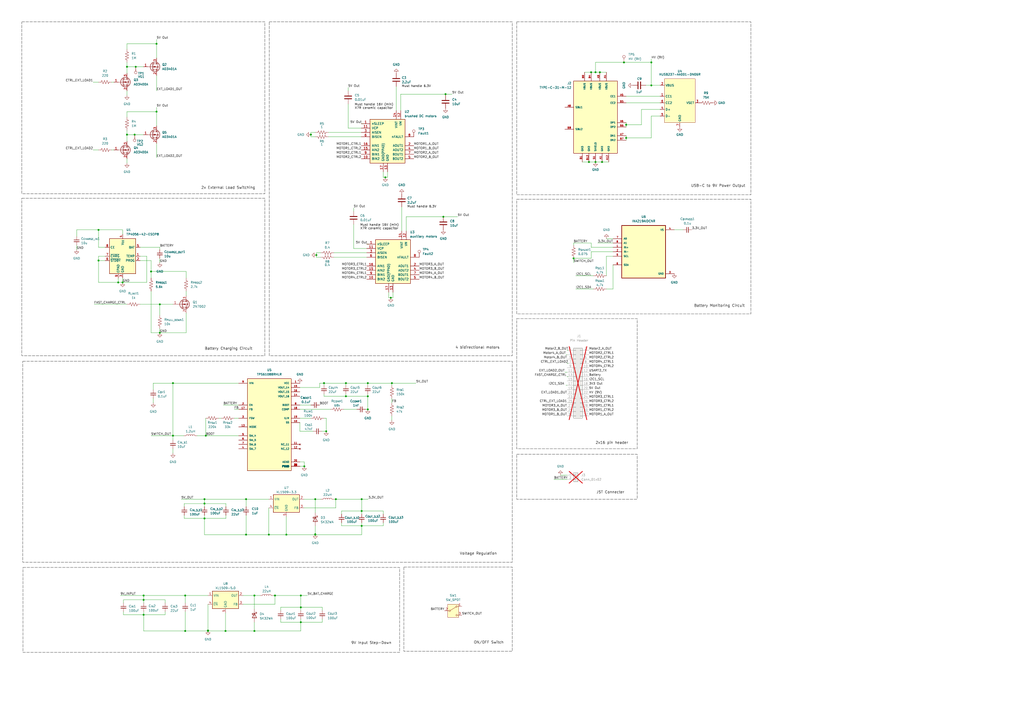
<source format=kicad_sch>
(kicad_sch (version 20250114) (generator "eeschema") (generator_version "9.0")
  (paper "A2")
  (title_block (title "Power Subsystem Schematic") (date "2025-03-23") (rev "V2") (comment 1 "Bume Mxenge") (comment 2 "MXNBUM001") (comment 3 "Sinaye Toni") (comment 4 "TNXSIN001"))
  (rectangle (start 156.21 12.7) (end 297.18 206.375) (stroke (width 0) (type dash) (color 0 0 0 1)))
  (rectangle (start 299.72 12.7) (end 435.61 113.03) (stroke (width 0) (type dash) (color 0 0 0 1)))
  (rectangle (start 234.315 328.93) (end 297.18 377.825) (stroke (width 0) (type dash) (color 0 0 0 1)))
  (rectangle (start 12.7 114.935) (end 153.67 206.375) (stroke (width 0) (type dash) (color 0 0 0 1)))
  (rectangle (start 299.72 184.785) (end 369.57 260.35) (stroke (width 0) (type dash) (color 0 0 0 1)))
  (rectangle (start 299.72 115.57) (end 435.61 182.118) (stroke (width 0) (type dash) (color 0 0 0 1)))
  (rectangle (start 12.7 12.7) (end 153.67 112.395) (stroke (width 0) (type dash) (color 0 0 0 1)))
  (rectangle (start 13.208 209.55) (end 297.18 326.136) (stroke (width 0) (type dash) (color 0 0 0 1)))
  (rectangle (start 299.72 263.525) (end 369.57 289.56) (stroke (width 0) (type dash) (color 0 0 0 1)))
  (rectangle (start 13.335 329.184) (end 231.775 378.46) (stroke (width 0) (type dash) (color 0 0 0 1)))
  (text "USB-C to 9V Power Output" (at 400.812 108.712 0) (effects (font (size 1.5 1.5)) (justify left bottom)))
  (text "Must handle 6.3V" (at 233.045 50.8 0) (effects (font (size 1.27 1.27)) (justify left bottom)))
  (text " 2x External Load Switching " (at 115.57 109.855 0) (effects (font (size 1.5 1.5)) (justify left bottom)))
  (text "9V Input Step-Down" (at 203.708 373.888 0) (effects (font (size 1.5 1.5)) (justify left bottom)))
  (text "Must handle 16V (min)\nX7R ceramic capacitor" (at 205.74 63.5 0) (effects (font (size 1.27 1.27)) (justify left bottom)))
  (text "4 bidirectional motors" (at 264.16 202.565 0) (effects (font (size 1.5 1.5)) (justify left bottom)))
  (text "JST Connecter" (at 345.948 286.512 0) (effects (font (size 1.5 1.5)) (justify left bottom)))
  (text "Must handle 16V (min)\nX7R ceramic capacitor" (at 208.915 133.35 0) (effects (font (size 1.27 1.27)) (justify left bottom)))
  (text "Battery Charging Circuit" (at 118.745 203.2 0) (effects (font (size 1.5 1.5)) (justify left bottom)))
  (text "ON/OFF Switch" (at 274.828 373.634 0) (effects (font (size 1.5 1.5)) (justify left bottom)))
  (text "Battery Monitoring Circuit" (at 402.59 178.308 0) (effects (font (size 1.5 1.5)) (justify left bottom)))
  (text "2x16 pin header" (at 345.44 257.81 0) (effects (font (size 1.5 1.5)) (justify left bottom)))
  (text "Voltage Regulation" (at 266.7 322.072 0) (effects (font (size 1.5 1.5)) (justify left bottom)))
  (text "Must handle 6.3V" (at 236.22 120.65 0) (effects (font (size 1.27 1.27)) (justify left bottom)))
  (junction (at 182.88 289.56))
  (junction (at 174.498 352.298))
  (junction (at 257.175 125.73))
  (junction (at 176.53 270.51))
  (junction (at 377.825 36.195))
  (junction (at 107.442 345.44))
  (junction (at 341.63 93.98))
  (junction (at 78.105 78.105))
  (junction (at 78.74 38.735))
  (junction (at 361.95 36.195))
  (junction (at 209.804 305.054))
  (junction (at 194.818 289.56))
  (junction (at 90.805 64.77))
  (junction (at 87.63 157.48))
  (junction (at 183.515 147.955))
  (junction (at 377.825 49.53))
  (junction (at 347.98 41.91))
  (junction (at 363.22 72.39))
  (junction (at 83.312 356.616))
  (junction (at 92.71 193.04))
  (junction (at 73.66 78.105))
  (junction (at 200.66 229.87))
  (junction (at 83.312 345.44))
  (junction (at 71.12 163.83))
  (junction (at 200.66 222.25))
  (junction (at 118.618 300.736))
  (junction (at 155.956 310.134))
  (junction (at 189.23 250.19))
  (junction (at 119.38 252.73))
  (junction (at 213.36 237.49))
  (junction (at 120.65 365.76))
  (junction (at 174.498 360.934))
  (junction (at 147.574 366.014))
  (junction (at 73.66 38.735))
  (junction (at 345.44 41.91))
  (junction (at 107.442 366.014))
  (junction (at 120.65 366.014))
  (junction (at 182.88 310.134))
  (junction (at 174.498 345.44))
  (junction (at 100.33 222.25))
  (junction (at 363.22 80.01))
  (junction (at 68.58 163.83))
  (junction (at 226.695 172.72))
  (junction (at 92.71 176.53))
  (junction (at 147.574 345.44))
  (junction (at 159.512 345.44))
  (junction (at 90.805 25.4))
  (junction (at 142.748 289.56))
  (junction (at 166.116 310.134))
  (junction (at 118.618 289.56))
  (junction (at 180.34 78.105))
  (junction (at 342.9 41.91))
  (junction (at 332.74 149.86))
  (junction (at 83.312 347.98))
  (junction (at 57.15 133.35))
  (junction (at 142.748 310.134))
  (junction (at 209.804 289.56))
  (junction (at 227.33 222.25))
  (junction (at 187.96 222.25))
  (junction (at 130.81 366.014))
  (junction (at 258.445 54.61))
  (junction (at 345.44 93.98))
  (junction (at 213.36 229.87))
  (junction (at 182.88 309.88))
  (junction (at 223.52 102.87))
  (junction (at 213.36 222.25))
  (junction (at 118.618 292.1))
  (junction (at 57.15 151.13))
  (junction (at 349.25 93.98))
  (junction (at 209.804 296.418))
  (junction (at 100.33 252.73))
  (wire (pts (xy 71.12 133.35) (xy 57.15 133.35)))
  (wire (pts (xy 332.74 140.97) (xy 332.74 142.24)))
  (wire (pts (xy 54.61 176.53) (xy 73.66 176.53)))
  (wire (pts (xy 83.312 356.616) (xy 83.312 366.014)))
  (wire (pts (xy 162.814 359.156) (xy 162.814 360.934)))
  (wire (pts (xy 201.93 74.295) (xy 209.55 74.295)))
  (wire (pts (xy 106.934 292.1) (xy 118.618 292.1)))
  (wire (pts (xy 107.442 345.44) (xy 83.312 345.44)))
  (wire (pts (xy 68.58 163.83) (xy 71.12 163.83)))
  (wire (pts (xy 73.66 75.565) (xy 73.66 78.105)))
  (wire (pts (xy 119.38 252.73) (xy 138.43 252.73)))
  (wire (pts (xy 182.88 79.375) (xy 180.34 79.375)))
  (wire (pts (xy 209.55 76.835) (xy 190.5 76.835)))
  (wire (pts (xy 361.95 36.195) (xy 345.44 36.195)))
  (wire (pts (xy 159.512 350.52) (xy 159.512 345.44)))
  (wire (pts (xy 92.71 149.86) (xy 92.71 152.4)))
  (wire (pts (xy 64.77 47.625) (xy 66.04 47.625)))
  (wire (pts (xy 69.85 345.44) (xy 83.312 345.44)))
  (wire (pts (xy 100.33 260.35) (xy 100.33 262.89)))
  (wire (pts (xy 173.99 234.95) (xy 180.34 234.95)))
  (wire (pts (xy 57.15 143.51) (xy 60.96 143.51)))
  (wire (pts (xy 78.74 38.735) (xy 83.185 38.735)))
  (wire (pts (xy 332.74 149.86) (xy 332.74 152.4)))
  (wire (pts (xy 105.156 289.56) (xy 118.618 289.56)))
  (wire (pts (xy 87.63 151.13) (xy 87.63 157.48)))
  (wire (pts (xy 135.89 237.49) (xy 138.43 237.49)))
  (wire (pts (xy 81.28 151.13) (xy 87.63 151.13)))
  (wire (pts (xy 162.814 354.076) (xy 162.814 352.298)))
  (wire (pts (xy 71.628 356.616) (xy 83.312 356.616)))
  (wire (pts (xy 209.804 289.56) (xy 213.614 289.56)))
  (wire (pts (xy 174.498 352.298) (xy 174.498 354.076)))
  (wire (pts (xy 332.74 149.86) (xy 342.9 149.86)))
  (wire (pts (xy 71.12 163.83) (xy 85.09 163.83)))
  (wire (pts (xy 334.01 167.64) (xy 344.17 167.64)))
  (wire (pts (xy 147.574 345.44) (xy 150.876 345.44)))
  (wire (pts (xy 173.99 242.57) (xy 180.34 242.57)))
  (wire (pts (xy 53.975 47.625) (xy 57.15 47.625)))
  (wire (pts (xy 200.66 228.6) (xy 200.66 229.87)))
  (wire (pts (xy 223.52 102.87) (xy 224.79 102.87)))
  (wire (pts (xy 321.31 278.13) (xy 328.93 278.13)))
  (wire (pts (xy 372.11 72.39) (xy 363.22 72.39)))
  (wire (pts (xy 118.618 289.56) (xy 118.618 292.1)))
  (wire (pts (xy 71.628 349.758) (xy 71.628 347.98)))
  (wire (pts (xy 205.105 144.145) (xy 212.725 144.145)))
  (wire (pts (xy 227.965 172.72) (xy 227.965 169.545)))
  (wire (pts (xy 135.89 242.57) (xy 138.43 242.57)))
  (wire (pts (xy 174.498 360.934) (xy 186.944 360.934)))
  (wire (pts (xy 162.814 360.934) (xy 174.498 360.934)))
  (wire (pts (xy 213.36 229.87) (xy 213.36 228.6)))
  (wire (pts (xy 173.99 224.79) (xy 185.42 224.79)))
  (wire (pts (xy 73.66 38.735) (xy 73.66 42.545)))
  (wire (pts (xy 73.66 36.195) (xy 73.66 38.735)))
  (wire (pts (xy 57.15 148.59) (xy 57.15 151.13)))
  (wire (pts (xy 174.498 360.934) (xy 174.498 366.014)))
  (wire (pts (xy 71.628 347.98) (xy 83.312 347.98)))
  (wire (pts (xy 200.66 229.87) (xy 213.36 229.87)))
  (wire (pts (xy 81.28 176.53) (xy 92.71 176.53)))
  (wire (pts (xy 106.934 298.958) (xy 106.934 300.736)))
  (wire (pts (xy 174.498 359.156) (xy 174.498 360.934)))
  (wire (pts (xy 183.515 146.685) (xy 186.055 146.685)))
  (wire (pts (xy 85.09 148.59) (xy 81.28 148.59)))
  (wire (pts (xy 95.758 356.616) (xy 95.758 354.838)))
  (wire (pts (xy 107.442 345.44) (xy 107.442 349.758)))
  (wire (pts (xy 363.22 59.69) (xy 382.905 59.69)))
  (wire (pts (xy 235.585 133.985) (xy 235.585 125.73)))
  (wire (pts (xy 374.65 49.53) (xy 377.825 49.53)))
  (wire (pts (xy 90.805 62.23) (xy 90.805 64.77)))
  (wire (pts (xy 194.818 289.56) (xy 193.802 289.56)))
  (wire (pts (xy 176.276 294.64) (xy 194.818 294.64)))
  (wire (pts (xy 106.934 300.736) (xy 118.618 300.736)))
  (wire (pts (xy 186.055 149.225) (xy 183.515 149.225)))
  (wire (pts (xy 83.312 366.014) (xy 107.442 366.014)))
  (wire (pts (xy 173.99 267.97) (xy 176.53 267.97)))
  (wire (pts (xy 180.34 79.375) (xy 180.34 78.105)))
  (wire (pts (xy 57.15 151.13) (xy 57.15 163.83)))
  (wire (pts (xy 73.66 52.705) (xy 73.66 55.245)))
  (wire (pts (xy 159.512 345.44) (xy 174.498 345.44)))
  (wire (pts (xy 198.12 305.054) (xy 209.804 305.054)))
  (wire (pts (xy 193.675 149.225) (xy 212.725 149.225)))
  (wire (pts (xy 100.33 252.73) (xy 106.68 252.73)))
  (wire (pts (xy 327.66 215.9) (xy 328.93 215.9)))
  (wire (pts (xy 142.748 310.134) (xy 155.956 310.134)))
  (wire (pts (xy 363.22 71.12) (xy 363.22 72.39)))
  (wire (pts (xy 120.65 350.52) (xy 120.65 365.76)))
  (wire (pts (xy 346.71 140.97) (xy 355.6 140.97)))
  (wire (pts (xy 351.79 148.59) (xy 351.79 160.02)))
  (wire (pts (xy 166.116 310.134) (xy 182.88 310.134)))
  (wire (pts (xy 355.6 143.51) (xy 342.9 143.51)))
  (wire (pts (xy 114.3 252.73) (xy 119.38 252.73)))
  (wire (pts (xy 328.295 205.74) (xy 328.93 205.74)))
  (wire (pts (xy 329.565 203.2) (xy 328.93 203.2)))
  (wire (pts (xy 85.09 163.83) (xy 85.09 148.59)))
  (wire (pts (xy 147.574 366.014) (xy 174.498 366.014)))
  (wire (pts (xy 328.295 223.52) (xy 328.93 223.52)))
  (wire (pts (xy 200.66 222.25) (xy 213.36 222.25)))
  (wire (pts (xy 90.805 64.77) (xy 90.805 73.025)))
  (wire (pts (xy 87.63 252.73) (xy 100.33 252.73)))
  (wire (pts (xy 173.99 245.11) (xy 173.99 250.19)))
  (wire (pts (xy 382.905 67.31) (xy 377.825 67.31)))
  (wire (pts (xy 205.105 120.65) (xy 205.105 122.555)))
  (wire (pts (xy 377.825 49.53) (xy 382.905 49.53)))
  (wire (pts (xy 130.81 366.014) (xy 147.574 366.014)))
  (wire (pts (xy 355.6 153.67) (xy 355.6 167.64)))
  (wire (pts (xy 95.758 347.98) (xy 95.758 349.758)))
  (wire (pts (xy 342.9 149.86) (xy 342.9 146.05)))
  (wire (pts (xy 100.33 222.25) (xy 100.33 252.73)))
  (wire (pts (xy 332.74 140.97) (xy 342.9 140.97)))
  (wire (pts (xy 87.63 161.29) (xy 87.63 157.48)))
  (wire (pts (xy 92.71 193.04) (xy 107.95 193.04)))
  (wire (pts (xy 213.995 141.605) (xy 212.725 141.605)))
  (wire (pts (xy 130.81 355.6) (xy 130.81 366.014)))
  (wire (pts (xy 222.25 99.695) (xy 222.25 102.87)))
  (wire (pts (xy 118.618 292.1) (xy 131.064 292.1)))
  (wire (pts (xy 209.804 296.418) (xy 209.804 298.196)))
  (wire (pts (xy 187.96 229.87) (xy 200.66 229.87)))
  (wire (pts (xy 200.66 222.25) (xy 200.66 223.52)))
  (wire (pts (xy 349.25 93.98) (xy 353.06 93.98)))
  (wire (pts (xy 187.96 242.57) (xy 189.23 242.57)))
  (wire (pts (xy 363.22 72.39) (xy 363.22 73.66)))
  (wire (pts (xy 90.805 83.185) (xy 90.805 91.44)))
  (wire (pts (xy 341.63 93.98) (xy 345.44 93.98)))
  (wire (pts (xy 351.79 138.43) (xy 355.6 138.43)))
  (wire (pts (xy 187.96 228.6) (xy 187.96 229.87)))
  (wire (pts (xy 186.69 250.19) (xy 189.23 250.19)))
  (wire (pts (xy 201.93 50.8) (xy 201.93 52.705)))
  (wire (pts (xy 377.825 36.195) (xy 361.95 36.195)))
  (wire (pts (xy 232.41 64.135) (xy 232.41 54.61)))
  (wire (pts (xy 180.34 76.835) (xy 182.88 76.835)))
  (wire (pts (xy 209.804 296.418) (xy 222.25 296.418)))
  (wire (pts (xy 118.618 292.1) (xy 118.618 293.878)))
  (wire (pts (xy 73.66 64.77) (xy 90.805 64.77)))
  (wire (pts (xy 337.82 93.98) (xy 341.63 93.98)))
  (wire (pts (xy 342.9 41.91) (xy 345.44 41.91)))
  (wire (pts (xy 44.45 142.24) (xy 44.45 144.78)))
  (wire (pts (xy 88.9 222.25) (xy 88.9 226.06)))
  (wire (pts (xy 131.064 292.1) (xy 131.064 293.878)))
  (wire (pts (xy 174.498 345.44) (xy 174.498 352.298)))
  (wire (pts (xy 100.33 222.25) (xy 88.9 222.25)))
  (wire (pts (xy 71.12 161.29) (xy 71.12 163.83)))
  (wire (pts (xy 222.25 296.418) (xy 222.25 298.196)))
  (wire (pts (xy 213.36 237.49) (xy 213.36 229.87)))
  (wire (pts (xy 120.65 366.014) (xy 130.81 366.014)))
  (wire (pts (xy 73.66 25.4) (xy 90.805 25.4)))
  (wire (pts (xy 224.79 102.87) (xy 224.79 99.695)))
  (wire (pts (xy 377.825 36.195) (xy 377.825 49.53)))
  (wire (pts (xy 127 242.57) (xy 128.27 242.57)))
  (wire (pts (xy 92.71 143.51) (xy 92.71 144.78)))
  (wire (pts (xy 257.175 125.73) (xy 265.43 125.73)))
  (wire (pts (xy 182.88 310.134) (xy 209.804 310.134)))
  (wire (pts (xy 183.515 147.955) (xy 183.515 146.685)))
  (wire (pts (xy 325.12 275.59) (xy 328.93 275.59)))
  (wire (pts (xy 90.805 25.4) (xy 90.805 33.655)))
  (wire (pts (xy 129.54 234.95) (xy 138.43 234.95)))
  (wire (pts (xy 88.9 231.14) (xy 88.9 233.68)))
  (wire (pts (xy 198.12 298.196) (xy 198.12 296.418)))
  (wire (pts (xy 83.312 347.98) (xy 95.758 347.98)))
  (wire (pts (xy 57.15 133.35) (xy 57.15 143.51)))
  (wire (pts (xy 73.66 25.4) (xy 73.66 28.575)))
  (wire (pts (xy 92.71 176.53) (xy 92.71 182.88)))
  (wire (pts (xy 142.748 298.958) (xy 142.748 310.134)))
  (wire (pts (xy 227.33 241.3) (xy 227.33 243.84)))
  (wire (pts (xy 209.804 289.56) (xy 209.804 296.418)))
  (wire (pts (xy 81.28 143.51) (xy 92.71 143.51)))
  (wire (pts (xy 176.53 270.51) (xy 173.99 270.51)))
  (wire (pts (xy 225.425 169.545) (xy 225.425 172.72)))
  (wire (pts (xy 176.53 267.97) (xy 176.53 270.51)))
  (wire (pts (xy 90.805 43.815) (xy 90.805 52.705)))
  (wire (pts (xy 155.956 289.56) (xy 142.748 289.56)))
  (wire (pts (xy 118.618 310.134) (xy 142.748 310.134)))
  (wire (pts (xy 90.805 22.86) (xy 90.805 25.4)))
  (wire (pts (xy 57.15 163.83) (xy 68.58 163.83)))
  (wire (pts (xy 209.804 305.054) (xy 209.804 310.134)))
  (wire (pts (xy 225.425 172.72) (xy 226.695 172.72)))
  (wire (pts (xy 194.818 289.56) (xy 209.804 289.56)))
  (wire (pts (xy 87.63 193.04) (xy 92.71 193.04)))
  (wire (pts (xy 173.99 250.19) (xy 181.61 250.19)))
  (wire (pts (xy 155.956 310.134) (xy 166.116 310.134)))
  (wire (pts (xy 342.9 143.51) (xy 342.9 140.97)))
  (wire (pts (xy 78.105 78.105) (xy 83.185 78.105)))
  (wire (pts (xy 363.22 80.01) (xy 363.22 81.28)))
  (wire (pts (xy 57.15 151.13) (xy 60.96 151.13)))
  (wire (pts (xy 159.512 345.44) (xy 158.496 345.44)))
  (wire (pts (xy 227.33 222.25) (xy 241.3 222.25)))
  (wire (pts (xy 71.628 354.838) (xy 71.628 356.616)))
  (wire (pts (xy 106.934 293.878) (xy 106.934 292.1)))
  (wire (pts (xy 83.312 345.44) (xy 83.312 347.98)))
  (wire (pts (xy 258.445 54.61) (xy 258.445 55.245)))
  (wire (pts (xy 194.818 294.64) (xy 194.818 289.56)))
  (wire (pts (xy 329.565 210.82) (xy 328.93 210.82)))
  (wire (pts (xy 209.804 303.276) (xy 209.804 305.054)))
  (wire (pts (xy 120.65 345.44) (xy 107.442 345.44)))
  (wire (pts (xy 382.905 63.5) (xy 372.11 63.5)))
  (wire (pts (xy 182.88 289.56) (xy 186.182 289.56)))
  (wire (pts (xy 73.66 64.77) (xy 73.66 67.945)))
  (wire (pts (xy 140.97 350.52) (xy 159.512 350.52)))
  (wire (pts (xy 363.22 55.88) (xy 382.905 55.88)))
  (wire (pts (xy 205.105 130.175) (xy 205.105 144.145)))
  (wire (pts (xy 107.95 181.61) (xy 107.95 193.04)))
  (wire (pts (xy 107.442 354.838) (xy 107.442 366.014)))
  (wire (pts (xy 198.12 296.418) (xy 209.804 296.418)))
  (wire (pts (xy 198.12 303.276) (xy 198.12 305.054)))
  (wire (pts (xy 227.33 222.25) (xy 227.33 223.52)))
  (wire (pts (xy 71.12 135.89) (xy 71.12 133.35)))
  (wire (pts (xy 345.44 36.195) (xy 345.44 41.91)))
  (wire (pts (xy 83.312 356.616) (xy 95.758 356.616)))
  (wire (pts (xy 53.975 86.995) (xy 57.15 86.995)))
  (wire (pts (xy 73.66 78.105) (xy 73.66 81.915)))
  (wire (pts (xy 120.65 365.76) (xy 120.65 366.014)))
  (wire (pts (xy 57.15 133.35) (xy 44.45 133.35)))
  (wire (pts (xy 377.825 34.29) (xy 377.825 36.195)))
  (wire (pts (xy 345.44 93.98) (xy 349.25 93.98)))
  (wire (pts (xy 107.442 366.014) (xy 120.65 366.014)))
  (wire (pts (xy 185.42 224.79) (xy 185.42 222.25)))
  (wire (pts (xy 258.445 54.61) (xy 262.255 54.61)))
  (wire (pts (xy 182.88 305.054) (xy 182.88 309.88)))
  (wire (pts (xy 60.96 148.59) (xy 57.15 148.59)))
  (wire (pts (xy 377.825 67.31) (xy 377.825 80.01)))
  (wire (pts (xy 329.565 218.44) (xy 328.93 218.44)))
  (wire (pts (xy 235.585 125.73) (xy 257.175 125.73)))
  (wire (pts (xy 173.99 237.49) (xy 191.77 237.49)))
  (wire (pts (xy 355.6 167.64) (xy 351.79 167.64)))
  (wire (pts (xy 190.5 79.375) (xy 209.55 79.375)))
  (wire (pts (xy 87.63 168.91) (xy 87.63 193.04)))
  (wire (pts (xy 187.96 222.25) (xy 200.66 222.25)))
  (wire (pts (xy 232.41 54.61) (xy 258.445 54.61)))
  (wire (pts (xy 199.39 237.49) (xy 207.01 237.49)))
  (wire (pts (xy 73.66 78.105) (xy 78.105 78.105)))
  (wire (pts (xy 355.6 148.59) (xy 351.79 148.59)))
  (wire (pts (xy 345.44 41.91) (xy 347.98 41.91)))
  (wire (pts (xy 226.695 172.72) (xy 227.965 172.72)))
  (wire (pts (xy 176.276 289.56) (xy 182.88 289.56)))
  (wire (pts (xy 140.97 345.44) (xy 147.574 345.44)))
  (wire (pts (xy 118.618 300.736) (xy 118.618 310.134)))
  (wire (pts (xy 213.36 222.25) (xy 227.33 222.25)))
  (wire (pts (xy 201.93 60.325) (xy 201.93 74.295)))
  (wire (pts (xy 372.11 63.5) (xy 372.11 72.39)))
  (wire (pts (xy 363.22 78.74) (xy 363.22 80.01)))
  (wire (pts (xy 182.88 309.88) (xy 182.88 310.134)))
  (wire (pts (xy 73.66 92.075) (xy 73.66 94.615)))
  (wire (pts (xy 186.944 360.934) (xy 186.944 359.156)))
  (wire (pts (xy 92.71 190.5) (xy 92.71 193.04)))
  (wire (pts (xy 213.36 222.25) (xy 213.36 223.52)))
  (wire (pts (xy 377.825 80.01) (xy 363.22 80.01)))
  (wire (pts (xy 189.23 242.57) (xy 189.23 250.19)))
  (wire (pts (xy 183.515 149.225) (xy 183.515 147.955)))
  (wire (pts (xy 227.33 231.14) (xy 227.33 233.68)))
  (wire (pts (xy 229.87 50.165) (xy 229.87 64.135)))
  (wire (pts (xy 187.96 222.25) (xy 187.96 223.52)))
  (wire (pts (xy 147.574 360.934) (xy 147.574 366.014)))
  (wire (pts (xy 212.725 146.685) (xy 193.675 146.685)))
  (wire (pts (xy 174.498 352.298) (xy 186.944 352.298)))
  (wire (pts (xy 222.25 305.054) (xy 222.25 303.276)))
  (wire (pts (xy 100.33 252.73) (xy 100.33 255.27)))
  (wire (pts (xy 142.748 289.56) (xy 142.748 293.878)))
  (wire (pts (xy 138.43 222.25) (xy 100.33 222.25)))
  (wire (pts (xy 64.77 86.995) (xy 66.04 86.995)))
  (wire (pts (xy 44.45 133.35) (xy 44.45 137.16)))
  (wire (pts (xy 222.25 102.87) (xy 223.52 102.87)))
  (wire (pts (xy 182.88 297.434) (xy 182.88 289.56)))
  (wire (pts (xy 142.748 289.56) (xy 118.618 289.56)))
  (wire (pts (xy 155.956 294.64) (xy 155.956 310.134)))
  (wire (pts (xy 186.944 352.298) (xy 186.944 354.076)))
  (wire (pts (xy 131.064 300.736) (xy 131.064 298.958)))
  (wire (pts (xy 83.312 347.98) (xy 83.312 349.758)))
  (wire (pts (xy 180.34 78.105) (xy 180.34 76.835)))
  (wire (pts (xy 233.045 120.015) (xy 233.045 133.985)))
  (wire (pts (xy 83.312 354.838) (xy 83.312 356.616)))
  (wire (pts (xy 339.09 41.91) (xy 342.9 41.91)))
  (wire (pts (xy 391.16 133.35) (xy 396.24 133.35)))
  (wire (pts (xy 334.01 160.02) (xy 344.17 160.02)))
  (wire (pts (xy 162.814 352.298) (xy 174.498 352.298)))
  (wire (pts (xy 212.09 237.49) (xy 213.36 237.49)))
  (wire (pts (xy 119.38 242.57) (xy 119.38 252.73)))
  (wire (pts (xy 118.618 300.736) (xy 131.064 300.736)))
  (wire (pts (xy 107.95 157.48) (xy 107.95 161.29)))
  (wire (pts (xy 210.82 71.755) (xy 209.55 71.755)))
  (wire (pts (xy 147.574 353.314) (xy 147.574 345.44)))
  (wire (pts (xy 92.71 176.53) (xy 100.33 176.53)))
  (wire (pts (xy 166.116 299.72) (xy 166.116 310.134)))
  (wire (pts (xy 174.498 345.44) (xy 178.308 345.44)))
  (wire (pts (xy 118.618 298.958) (xy 118.618 300.736)))
  (wire (pts (xy 73.66 38.735) (xy 78.74 38.735)))
  (wire (pts (xy 68.58 161.29) (xy 68.58 163.83)))
  (wire (pts (xy 107.95 168.91) (xy 107.95 171.45)))
  (wire (pts (xy 347.98 41.91) (xy 351.79 41.91)))
  (wire (pts (xy 209.804 305.054) (xy 222.25 305.054)))
  (wire (pts (xy 342.9 146.05) (xy 355.6 146.05)))
  (wire (pts (xy 185.42 222.25) (xy 187.96 222.25)))
  (wire (pts (xy 87.63 157.48) (xy 107.95 157.48)))
  (label "I2C1_SDA " (at 328.295 223.52 180))
  (label "MOTOR3_CTRL1" (at 341.63 231.14 0))
  (label "GND" (at 92.71 193.04 0))
  (label "Motor4_B_OUT" (at 328.93 208.28 180))
  (label "CTRL_EXT_LOAD1" (at 53.975 47.625 180))
  (label "MOTOR2_CTRL2" (at 209.55 92.075 180))
  (label "MOTOR2_CTRL1" (at 209.55 89.535 180))
  (label "5V Out " (at 90.805 22.86 0))
  (label "CTRL_EXT_LOAD2" (at 329.565 210.82 180))
  (label "EXT_LOAD2_OUT" (at 90.805 91.44 0))
  (label "FAST_CHARGE_CTRL " (at 329.565 218.44 180))
  (label "USART2_TX " (at 341.63 215.9 0))
  (label "5V Out " (at 210.82 71.755 180))
  (label "5V Out " (at 213.995 141.605 180))
  (label "I2C1_SDA" (at 334.01 167.64 0))
  (label "MOTOR3_CTRL2" (at 212.725 156.845 180))
  (label "5V Out " (at 262.255 54.61 0))
  (label "MOTOR3_B_OUT" (at 328.93 238.76 180))
  (label "Motor2_B_OUT" (at 329.565 203.2 180))
  (label "FAST_CHARGE_CTRL" (at 54.61 176.53 0))
  (label "BATTERY" (at 257.81 354.33 180))
  (label "MOTOR1_CTRL1" (at 341.63 236.22 0))
  (label "MOTOR3_A_OUT" (at 243.205 154.305 0))
  (label "Battery " (at 341.63 218.44 0))
  (label "MOTOR4_B_OUT" (at 243.205 161.925 0))
  (label "FB" (at 227.33 233.68 0))
  (label "5V Out " (at 341.63 226.06 0))
  (label "MOTOR4_CTRL1" (at 212.725 159.385 180))
  (label "MOTOR4_CTRL2" (at 212.725 161.925 180))
  (label "MOTOR1_CTRL1" (at 209.55 84.455 180))
  (label "BATTERY" (at 92.71 143.51 0))
  (label "BOOT" (at 119.38 252.73 0))
  (label "MOTOR3_CTRL1" (at 212.725 154.305 180))
  (label "MOTOR1_A_OUT" (at 240.03 84.455 0))
  (label "BATTERY" (at 129.54 234.95 0))
  (label "EXT_LOAD1_OUT" (at 328.93 228.6 180))
  (label "Motor4_A_OUT" (at 328.295 205.74 180))
  (label "3V3 Out " (at 341.63 223.52 0))
  (label "SWITCH_OUT" (at 267.97 356.87 0))
  (label "5V Out " (at 205.105 120.65 0))
  (label "GND" (at 92.71 152.4 0))
  (label "HV (9V)" (at 377.825 34.29 0))
  (label "MOTOR2_A_OUT" (at 240.03 89.535 0))
  (label "MOTOR1_B_OUT" (at 240.03 86.995 0))
  (label "MOTOR4_CTRL2" (at 341.63 213.36 0))
  (label "GND" (at 44.45 144.78 0))
  (label "GND" (at 71.12 163.83 0))
  (label "FB" (at 135.89 237.49 0))
  (label "MOTOR3_A_OUT" (at 328.93 236.22 180))
  (label "I2C1_SCL" (at 334.01 160.02 0))
  (label "MOTOR1_CTRL2" (at 209.55 86.995 180))
  (label "MOTOR1_A_OUT " (at 341.63 241.3 0))
  (label "9V_INPUT" (at 69.85 345.44 0))
  (label "5V Out " (at 201.93 50.8 0))
  (label "BOOT" (at 185.42 234.95 0))
  (label "MOTOR1_CTRL2" (at 341.63 238.76 0))
  (label "BATTERY" (at 332.74 140.97 0))
  (label "5V_OUT" (at 105.156 289.56 0))
  (label "HV (9V)" (at 341.63 228.6 0))
  (label "3.3V_OUT" (at 213.614 289.56 0))
  (label "MOTOR4_A_OUT" (at 243.205 159.385 0))
  (label "3.3V_OUT" (at 346.71 140.97 0))
  (label "MOTOR3_CTRL2" (at 341.63 233.68 0))
  (label "5V Out " (at 90.805 62.23 0))
  (label "MOTOR3_B_OUT" (at 243.205 156.845 0))
  (label "5V Out " (at 265.43 125.73 0))
  (label "MOTOR2_B_OUT" (at 240.03 92.075 0))
  (label "MOTOR4_CTRL1" (at 341.63 210.82 0))
  (label "3.3V_OUT" (at 401.32 133.35 0))
  (label "MOTOR2_CTRL1" (at 341.63 205.74 0))
  (label "CTRL_EXT_LOAD1" (at 328.93 233.68 180))
  (label "Motor2_A_OUT" (at 341.63 203.2 0))
  (label "I2C1_SCL " (at 341.63 220.98 0))
  (label "EXT_LOAD1_OUT" (at 90.805 52.705 0))
  (label "BATTERY" (at 321.31 278.13 0))
  (label "EXT_LOAD2_OUT" (at 327.66 215.9 180))
  (label "5V_BAT_CHARGE" (at 178.308 345.44 0))
  (label "SWITCH_OUT" (at 332.74 152.4 0))
  (label "MOTOR1_B_OUT" (at 328.93 241.3 180))
  (label "MOTOR2_CTRL2" (at 341.63 208.28 0))
  (label "SWITCH_OUT" (at 87.63 252.73 0))
  (label "CTRL_EXT_LOAD2" (at 53.975 86.995 180))
  (label "5V_OUT" (at 241.3 222.25 0))
  (symbol (lib_name "GND_1") (lib_id "power:GND") (at 351.79 138.43 180) (unit 1)
    (property "Reference" "#PWR029" (effects (hide yes)))
    (property "Value" "GND" (at 351.79 133.35 0))
    (property "Description" "Power symbol creates a global label with name \"GND\" , ground" (effects (hide yes)))
  )
  (symbol (lib_id "power:GND") (at 73.66 94.615 0) (unit 1)
    (property "Reference" "#PWR02" (effects (hide yes)))
    (property "Value" "GND" (at 73.66 99.695 0))
  )
  (symbol (lib_id "Device:R_US") (at 332.74 146.05 180) (unit 1)
    (property "Reference" "R_{SHUNT}1" (at 335.28 144.7799 0) (effects (justify right)))
    (property "Value" "0.075" (at 335.28 147.3199 0) (effects (justify right)))
    (property "Footprint" "Resistor_SMD:R_0805_2012Metric" (effects (hide yes)))
    (property "Description" "Resistor, US symbol" (effects (hide yes)))
  )
  (symbol (lib_name "GND_1") (lib_id "power:GND") (at 88.9 233.68 0) (unit 1)
    (property "Reference" "#PWR022" (effects (hide yes)))
    (property "Value" "GND" (at 88.9 238.76 0))
    (property "Description" "Power symbol creates a global label with name \"GND\" , ground" (effects (hide yes)))
  )
  (symbol (lib_id "Transistor_FET:AO3401A") (at 88.265 78.105 0) (unit 1)
    (property "Reference" "Q5" (at 93.98 76.835 0) (effects (justify left)))
    (property "Value" "AO3401A" (at 93.98 79.375 0) (effects (justify left)))
    (property "Footprint" "Package_TO_SOT_SMD:SOT-23" (effects (hide yes)))
    (property "Datasheet" "http://www.aosmd.com/pdfs/datasheet/AO3401A.pdf" (effects (hide yes)))
  )
  (symbol (lib_id "Driver_Motor:DRV8833PWP") (at 224.79 81.915 0) (unit 1)
    (property "Reference" "U2" (at 234.6041 64.77 0) (effects (justify left)))
    (property "Value" "brushed DC motors" (at 234.6041 67.31 0) (effects (justify left)))
    (property "Footprint" "Package_SO:HTSSOP-16-1EP_4.4x5mm_P0.65mm_EP3.4x5mm_Mask2.46x2.31mm_ThermalVias" (effects (hide yes)))
    (property "Datasheet" "http://www.ti.com/lit/ds/symlink/drv8833.pdf" (effects (hide yes)))
  )
  (symbol (lib_id "Device:C_Small") (at 162.814 356.616 0) (unit 1)
    (property "Reference" "C_{OUT}1" (at 165.862 355.9873 0) (effects (justify left)))
    (property "Value" "100uF" (at 165.862 358.5273 0) (effects (justify left)))
    (property "Footprint" "Capacitor_SMD:C_1210_3225Metric" (effects (hide yes)))
  )
  (symbol (lib_id "custom symbols:HUSB237-AA001-DN06R") (at 394.335 58.42 0) (unit 1)
    (property "Reference" "U4" (at 394.335 41.275 0))
    (property "Value" "HUSB237-AA001-DN06R" (at 394.335 43.18 0))
    (property "Footprint" "Package_DFN_QFN:DFN-6-1EP_2x2mm_P0.65mm_EP1x1.6mm" (effects (hide yes)))
  )
  (symbol (lib_id "Transistor_FET:2N7002") (at 105.41 176.53 0) (unit 1)
    (property "Reference" "Q1" (at 111.76 175.2599 0) (effects (justify left)))
    (property "Value" "2N7002" (at 111.76 177.7999 0) (effects (justify left)))
    (property "Footprint" "Package_TO_SOT_SMD:SOT-23" (effects (hide yes)))
    (property "Datasheet" "https://www.onsemi.com/pub/Collateral/NDS7002A-D.PDF" (effects (hide yes)))
    (property "Description" "0.115A Id, 60V Vds, N-Channel MOSFET, SOT-23" (effects (hide yes)))
  )
  (symbol (lib_id "Device:C_Small") (at 106.934 296.418 0) (unit 1)
    (property "Reference" "C_{IN_3.3}1" (at 109.982 295.7893 0) (effects (justify left)))
    (property "Value" "100uF" (at 109.982 298.3293 0) (effects (justify left)))
    (property "Footprint" "Capacitor_SMD:C_1206_3216Metric" (effects (hide yes)))
  )
  (symbol (lib_id "Device:R_US") (at 92.71 186.69 0) (unit 1)
    (property "Reference" "R_{PULL_DOWN}1" (at 95.25 185.4199 0) (effects (justify left)))
    (property "Value" "10k" (at 95.25 187.9599 0) (effects (justify left)))
    (property "Footprint" "Resistor_SMD:R_0603_1608Metric" (effects (hide yes)))
    (property "Description" "Resistor, US symbol" (effects (hide yes)))
  )
  (symbol (lib_id "Device:C_Small") (at 83.312 352.298 0) (unit 1)
    (property "Reference" "C_{IN}2" (at 86.106 351.536 0) (effects (justify left)))
    (property "Value" "100uF" (at 86.106 354.0822 0) (effects (justify left)))
    (property "Footprint" "Capacitor_SMD:C_1210_3225Metric" (effects (hide yes)))
  )
  (symbol (lib_id "power:GND") (at 229.87 42.545 180) (unit 1)
    (property "Reference" "#PWR04" (effects (hide yes)))
    (property "Value" "GND" (at 229.87 37.465 0))
  )
  (symbol (lib_id "Device:R_US") (at 227.33 237.49 180) (unit 1)
    (property "Reference" "R_{FB}2" (at 229.87 236.2199 0) (effects (justify right)))
    (property "Value" "47k" (at 229.87 238.7599 0) (effects (justify right)))
    (property "Footprint" "Resistor_SMD:R_0805_2012Metric" (effects (hide yes)))
    (property "Description" "Resistor, US symbol" (effects (hide yes)))
  )
  (symbol (lib_id "Device:R_US") (at 107.95 165.1 0) (unit 1)
    (property "Reference" "R_{PROG}2" (at 110.49 163.8299 0) (effects (justify left)))
    (property "Value" "2.7k" (at 110.49 166.3699 0) (effects (justify left)))
    (property "Footprint" "Resistor_SMD:R_0603_1608Metric" (effects (hide yes)))
    (property "Description" "Resistor, US symbol" (effects (hide yes)))
  )
  (symbol (lib_id "Regulator_Switching:XL1509-5.0") (at 130.81 347.98 0) (unit 1)
    (property "Reference" "U8" (at 130.81 338.582 0))
    (property "Value" "XL1509-5.0" (at 130.81 341.122 0))
    (property "Footprint" "Package_SO:SOIC-8_3.9x4.9mm_P1.27mm" (effects (hide yes)))
    (property "Datasheet" "https://datasheet.lcsc.com/lcsc/1809050422_XLSEMI-XL1509-5-0E1_C61063.pdf" (effects (hide yes)))
  )
  (symbol (lib_name "GND_1") (lib_id "power:GND") (at 44.45 144.78 0) (unit 1)
    (property "Reference" "#PWR026" (effects (hide yes)))
    (property "Value" "GND" (at 44.45 149.86 0))
    (property "Description" "Power symbol creates a global label with name \"GND\" , ground" (effects (hide yes)))
  )
  (symbol (lib_id "Device:C_Small") (at 100.33 257.81 180) (unit 1)
    (property "Reference" "C_{IN_5}1" (at 102.87 256.5335 0) (effects (justify right)))
    (property "Value" "10uF" (at 102.87 259.0735 0) (effects (justify right)))
    (property "Footprint" "Capacitor_SMD:C_0805_2012Metric" (effects (hide yes)))
    (property "Description" "Unpolarized capacitor, small symbol" (effects (hide yes)))
  )
  (symbol (lib_id "Connector:TestPoint") (at 361.95 36.195 0) (unit 1)
    (property "Reference" "TP5" (at 364.49 31.623 0) (effects (justify left)))
    (property "Value" "HV (9V)" (at 364.49 34.163 0) (effects (justify left)))
    (property "Footprint" "TestPoint:TestPoint_Pad_1.5x1.5mm" (effects (hide yes)))
  )
  (symbol (lib_id "TPS61088RHLR:TPS61088RHLR") (at 156.21 245.11 0) (unit 1)
    (property "Reference" "U5" (at 156.21 214.63 0))
    (property "Value" "TPS61088RHLR" (at 156.21 217.17 0))
    (property "Footprint" "TPS61088RHLR:IC_TPS61088RHLR" (effects (hide yes)))
    (property "MF" "Texas Instruments" (effects (hide yes)))
    (property "MAXIMUM_PACKAGE_HEIGHT" "1.00mm" (effects (hide yes)))
    (property "Package" "VQFN-20 Texas Instruments" (effects (hide yes)))
    (property "Price" "None" (effects (hide yes)))
    (property "Check_prices" "https://www.snapeda.com/parts/TPS61088RHLR/Texas+Instruments/view-part/?ref=eda" (effects (hide yes)))
    (property "STANDARD" "Manufacturer Recommendations" (effects (hide yes)))
    (property "PARTREV" "4219071/A 05/2017" (effects (hide yes)))
    (property "SnapEDA_Link" "https://www.snapeda.com/parts/TPS61088RHLR/Texas+Instruments/view-part/?ref=snap" (effects (hide yes)))
    (property "MP" "TPS61088RHLR" (effects (hide yes)))
    (property "Description_1" "10-A Fully-Integrated Synchronous Boost Converter" (effects (hide yes)))
    (property "Availability" "In Stock" (effects (hide yes)))
    (property "MANUFACTURER" "Texas Instruments" (effects (hide yes)))
  )
  (symbol (lib_id "Device:R_US") (at 409.575 59.69 90) (unit 1)
    (property "Reference" "R9" (at 409.575 53.975 90))
    (property "Value" "75K" (at 409.575 56.515 90))
    (property "Footprint" "Resistor_SMD:R_0603_1608Metric" (effects (hide yes)))
  )
  (symbol (lib_name "GND_1") (lib_id "power:GND") (at 213.36 237.49 0) (unit 1)
    (property "Reference" "#PWR09" (effects (hide yes)))
    (property "Value" "GND" (at 213.36 242.57 0))
    (property "Description" "Power symbol creates a global label with name \"GND\" , ground" (effects (hide yes)))
  )
  (symbol (lib_id "Battery_Management:TP4056-42-ESOP8") (at 71.12 148.59 0) (unit 1)
    (property "Reference" "U1" (at 73.2633 133.35 0) (effects (justify left)))
    (property "Value" "TP4056-42-ESOP8" (at 73.2633 135.89 0) (effects (justify left)))
    (property "Footprint" "Package_SO:SOIC-8-1EP_3.9x4.9mm_P1.27mm_EP2.41x3.3mm_ThermalVias" (effects (hide yes)))
    (property "Datasheet" "https://www.lcsc.com/datasheet/lcsc_datasheet_2410121619_TOPPOWER-Nanjing-Extension-Microelectronics-TP4056-42-ESOP8_C16581.pdf" (effects (hide yes)))
    (property "Description" "1A Standalone Linear Li-ion/LiPo single-cell battery charger, 4.2V ±1% charge voltage, VCC = 4.0..8.0V, SOIC-8 (SOP-8)" (effects (hide yes)))
  )
  (symbol (lib_id "power:GND") (at 182.88 309.88 0) (unit 1)
    (property "Reference" "#PWR019" (effects (hide yes)))
    (property "Value" "GND" (at 182.88 314.96 0))
  )
  (symbol (lib_id "power:GND") (at 223.52 102.87 0) (unit 1)
    (property "Reference" "#PWR03" (effects (hide yes)))
    (property "Value" "GND" (at 223.52 107.315 0))
  )
  (symbol (lib_id "power:GND") (at 233.045 112.395 180) (unit 1)
    (property "Reference" "#PWR012" (effects (hide yes)))
    (property "Value" "GND" (at 233.045 107.315 0))
  )
  (symbol (lib_id "Device:C_Small") (at 182.88 234.95 90) (unit 1)
    (property "Reference" "C_{BOOT}1" (at 177.546 230.632 90))
    (property "Value" "0.1uF" (at 177.546 233.172 90))
    (property "Footprint" "Capacitor_SMD:C_0805_2012Metric" (effects (hide yes)))
    (property "Description" "Unpolarized capacitor, small symbol" (effects (hide yes)))
  )
  (symbol (lib_id "Device:C_Small") (at 118.618 296.418 0) (unit 1)
    (property "Reference" "C_{IN_3.3}2" (at 121.92 295.1542 0) (effects (justify left)))
    (property "Value" "100uF" (at 121.92 297.6942 0) (effects (justify left)))
    (property "Footprint" "Capacitor_SMD:C_1206_3216Metric" (effects (hide yes)))
  )
  (symbol (lib_id "power:GND") (at 345.44 93.98 0) (unit 1)
    (property "Reference" "#PWR014" (effects (hide yes)))
    (property "Value" "GND" (at 345.44 98.425 0))
  )
  (symbol (lib_id "Device:C") (at 258.445 59.055 0) (unit 1)
    (property "Reference" "C4" (at 262.255 57.785 0) (effects (justify left)))
    (property "Value" "10uF" (at 262.255 60.325 0) (effects (justify left)))
    (property "Footprint" "Capacitor_SMD:C_0603_1608Metric" (effects (hide yes)))
  )
  (symbol (lib_id "Device:L") (at 110.49 252.73 90) (unit 1)
    (property "Reference" "L1" (at 110.49 247.65 90))
    (property "Value" "1.2uH" (at 110.49 250.19 90))
    (property "Footprint" "Inductor_SMD:L_0805_2012Metric" (effects (hide yes)))
    (property "Description" "Inductor" (effects (hide yes)))
  )
  (symbol (lib_id "Connector:TestPoint") (at 240.03 79.375 0) (unit 1)
    (property "Reference" "TP3" (at 242.57 74.803 0) (effects (justify left)))
    (property "Value" "Fault1" (at 242.57 77.343 0) (effects (justify left)))
    (property "Footprint" "TestPoint:TestPoint_Pad_1.5x1.5mm" (effects (hide yes)))
  )
  (symbol (lib_id "Device:R_US") (at 347.98 160.02 270) (unit 1)
    (property "Reference" "R_{SCL}1" (at 347.98 155.448 90))
    (property "Value" "4.7k" (at 347.98 157.988 90))
    (property "Footprint" "Resistor_SMD:R_0805_2012Metric" (effects (hide yes)))
    (property "Description" "Resistor, US symbol" (effects (hide yes)))
  )
  (symbol (lib_id "Device:C_Small") (at 95.758 352.298 0) (unit 1)
    (property "Reference" "C_{IN}3" (at 98.806 351.6693 0) (effects (justify left)))
    (property "Value" "22uF" (at 98.806 354.2093 0) (effects (justify left)))
    (property "Footprint" "Capacitor_SMD:C_1206_3216Metric" (effects (hide yes)))
  )
  (symbol (lib_id "Device:C_Small") (at 184.15 250.19 90) (unit 1)
    (property "Reference" "C_{SS}1" (at 179.07 246.38 90))
    (property "Value" "47nF" (at 179.07 248.92 90))
    (property "Footprint" "Capacitor_SMD:C_0805_2012Metric" (effects (hide yes)))
    (property "Description" "Unpolarized capacitor, small symbol" (effects (hide yes)))
  )
  (symbol (lib_id "power:GND") (at 367.03 49.53 270) (unit 1)
    (property "Reference" "#PWR016" (effects (hide yes)))
    (property "Value" "GND" (at 361.95 49.53 0))
  )
  (symbol (lib_id "Device:D_Schottky") (at 182.88 301.244 270) (unit 1)
    (property "Reference" "D3" (at 185.928 300.2915 90) (effects (justify left)))
    (property "Value" "SK32WA" (at 185.928 302.8315 90) (effects (justify left)))
    (property "Footprint" "Diode_SMD:D_SMA" (effects (hide yes)))
  )
  (symbol (lib_name "GND_1") (lib_id "power:GND") (at 189.23 250.19 0) (unit 1)
    (property "Reference" "#PWR08" (effects (hide yes)))
    (property "Value" "GND" (at 189.23 255.27 0))
    (property "Description" "Power symbol creates a global label with name \"GND\" , ground" (effects (hide yes)))
  )
  (symbol (lib_id "Device:C_Small") (at 222.25 300.736 0) (unit 1)
    (property "Reference" "C_{OUT_3.3}3" (at 225.298 300.1073 0) (effects (justify left)))
    (property "Value" "100uF" (at 225.298 302.6473 0) (effects (justify left)))
    (property "Footprint" "Capacitor_SMD:C_1206_3216Metric" (effects (hide yes)))
  )
  (symbol (lib_id "Device:C_Small") (at 398.78 133.35 90) (unit 1)
    (property "Reference" "C_{BYPASS}1" (at 398.7863 127 90))
    (property "Value" "0.1u" (at 398.7863 129.54 90))
    (property "Footprint" "Capacitor_SMD:C_0805_2012Metric" (effects (hide yes)))
    (property "Description" "Unpolarized capacitor, small symbol" (effects (hide yes)))
  )
  (symbol (lib_name "GND_1") (lib_id "power:GND") (at 92.71 152.4 0) (unit 1)
    (property "Reference" "#PWR025" (effects (hide yes)))
    (property "Value" "GND" (at 92.71 157.48 0))
    (property "Description" "Power symbol creates a global label with name \"GND\" , ground" (effects (hide yes)))
  )
  (symbol (lib_id "Driver_Motor:DRV8833PWP") (at 227.965 151.765 0) (unit 1)
    (property "Reference" "U3" (at 237.7791 134.62 0) (effects (justify left)))
    (property "Value" "auxiliary motors" (at 237.7791 137.16 0) (effects (justify left)))
    (property "Footprint" "Package_SO:HTSSOP-16-1EP_4.4x5mm_P0.65mm_EP3.4x5mm_Mask2.46x2.31mm_ThermalVias" (effects (hide yes)))
    (property "Datasheet" "http://www.ti.com/lit/ds/symlink/drv8833.pdf" (effects (hide yes)))
  )
  (symbol (lib_id "Device:R_US") (at 347.98 167.64 90) (unit 1)
    (property "Reference" "R_{SDA}1" (at 347.98 162.814 90))
    (property "Value" "4.7k" (at 347.98 165.354 90))
    (property "Footprint" "Resistor_SMD:R_0805_2012Metric" (effects (hide yes)))
    (property "Description" "Resistor, US symbol" (effects (hide yes)))
  )
  (symbol (lib_id "Device:C_Small") (at 213.36 226.06 0) (unit 1)
    (property "Reference" "C_{OUT}6" (at 215.9 224.7962 0) (effects (justify left)))
    (property "Value" "22uF" (at 215.9 227.3362 0) (effects (justify left)))
    (property "Footprint" "Capacitor_SMD:C_0603_1608Metric" (effects (hide yes)))
    (property "Description" "Unpolarized capacitor, small symbol" (effects (hide yes)))
  )
  (symbol (lib_id "Device:C") (at 229.87 46.355 0) (unit 1)
    (property "Reference" "C3" (at 233.045 45.085 0) (effects (justify left)))
    (property "Value" "2.2uF" (at 233.045 47.625 0) (effects (justify left)))
    (property "Footprint" "Capacitor_SMD:C_0603_1608Metric" (effects (hide yes)))
  )
  (symbol (lib_id "Device:R_US") (at 60.96 47.625 90) (unit 1)
    (property "Reference" "R2" (at 60.96 41.275 90))
    (property "Value" "220" (at 60.96 43.815 90))
    (property "Footprint" "Resistor_SMD:R_0805_2012Metric" (effects (hide yes)))
  )
  (symbol (lib_id "Device:R_US") (at 73.66 71.755 0) (unit 1)
    (property "Reference" "R4" (at 76.2 70.485 0) (effects (justify left)))
    (property "Value" "1M" (at 76.2 73.025 0) (effects (justify left)))
    (property "Footprint" "Resistor_SMD:R_0805_2012Metric" (effects (hide yes)))
  )
  (symbol (lib_id "Device:C_Small") (at 200.66 226.06 0) (unit 1)
    (property "Reference" "C_{OUT}5" (at 203.2 224.7962 0) (effects (justify left)))
    (property "Value" "22uF" (at 203.2 227.3362 0) (effects (justify left)))
    (property "Footprint" "Capacitor_SMD:C_0603_1608Metric" (effects (hide yes)))
    (property "Description" "Unpolarized capacitor, small symbol" (effects (hide yes)))
  )
  (symbol (lib_id "Device:R_US") (at 189.865 149.225 90) (mirror x) (unit 1)
    (property "Reference" "R8" (at 189.865 151.765 90))
    (property "Value" "0.4" (at 189.865 153.67 90))
    (property "Footprint" "Resistor_SMD:R_1206_3216Metric_Pad1.30x1.75mm_HandSolder" (effects (hide yes)))
  )
  (symbol (lib_id "power:GND") (at 394.335 73.66 0) (unit 1)
    (property "Reference" "#PWR015" (effects (hide yes)))
    (property "Value" "GND" (at 394.335 78.105 0))
  )
  (symbol (lib_id "Device:L") (at 154.686 345.44 90) (unit 1)
    (property "Reference" "L4" (at 154.686 340.36 90))
    (property "Value" "22uH" (at 154.686 342.9 90))
    (property "Footprint" "Inductor_SMD:L_0603_1608Metric" (effects (hide yes)))
  )
  (symbol (lib_id "Device:R_US") (at 60.96 86.995 90) (unit 1)
    (property "Reference" "R3" (at 60.96 80.645 90))
    (property "Value" "220" (at 60.96 83.185 90))
    (property "Footprint" "Resistor_SMD:R_0805_2012Metric" (effects (hide yes)))
  )
  (symbol (lib_id "power:GND") (at 257.175 133.35 0) (unit 1)
    (property "Reference" "#PWR013" (effects (hide yes)))
    (property "Value" "GND" (at 257.175 138.43 0))
  )
  (symbol (lib_id "power:GND") (at 413.385 59.69 90) (unit 1)
    (property "Reference" "#PWR017" (effects (hide yes)))
    (property "Value" "GND" (at 416.56 59.69 90) (effects (justify right)))
  )
  (symbol (lib_name "GND_1") (lib_id "power:GND") (at 100.33 262.89 0) (unit 1)
    (property "Reference" "#PWR027" (effects (hide yes)))
    (property "Value" "GND" (at 100.33 267.97 0))
    (property "Description" "Power symbol creates a global label with name \"GND\" , ground" (effects (hide yes)))
  )
  (symbol (lib_id "Transistor_FET:AO3400A") (at 71.12 47.625 0) (unit 1)
    (property "Reference" "Q3" (at 77.47 46.355 0) (effects (justify left)))
    (property "Value" "AO3400A" (at 77.47 48.895 0) (effects (justify left)))
    (property "Footprint" "Package_TO_SOT_SMD:SOT-23-3" (effects (hide yes)))
    (property "Datasheet" "http://www.aosmd.com/pdfs/datasheet/AO3400A.pdf" (effects (hide yes)))
  )
  (symbol (lib_id "Device:C_Small") (at 187.96 226.06 0) (unit 1)
    (property "Reference" "C_{OUT}4" (at 190.5 224.7962 0) (effects (justify left)))
    (property "Value" "22uF" (at 190.5 227.3362 0) (effects (justify left)))
    (property "Footprint" "Capacitor_SMD:C_0603_1608Metric" (effects (hide yes)))
    (property "Description" "Unpolarized capacitor, small symbol" (effects (hide yes)))
  )
  (symbol (lib_id "Connector:TestPoint") (at 243.205 149.225 0) (unit 1)
    (property "Reference" "TP4" (at 245.11 144.653 0) (effects (justify left)))
    (property "Value" "Fault2" (at 245.11 147.193 0) (effects (justify left)))
    (property "Footprint" "TestPoint:TestPoint_Pad_1.5x1.5mm" (effects (hide yes)))
  )
  (symbol (lib_id "Device:C_Small") (at 142.748 296.418 0) (unit 1)
    (property "Reference" "C10" (at 146.05 295.1542 0) (effects (justify left)))
    (property "Value" "1uF" (at 146.05 297.6942 0) (effects (justify left)))
    (property "Footprint" "Capacitor_SMD:C_0805_2012Metric" (effects (hide yes)))
  )
  (symbol (lib_id "Connector:TestPoint") (at 78.74 38.735 0) (mirror x) (unit 1)
    (property "Reference" "TP1" (at 80.01 42.545 0) (effects (justify left)))
    (property "Value" "VG1" (at 80.01 44.45 0) (effects (justify left)))
    (property "Footprint" "TestPoint:TestPoint_Pad_1.5x1.5mm" (effects (hide yes)))
  )
  (symbol (lib_id "Transistor_FET:AO3400A") (at 71.12 86.995 0) (unit 1)
    (property "Reference" "Q4" (at 77.47 85.725 0) (effects (justify left)))
    (property "Value" "AO3400A" (at 77.47 88.265 0) (effects (justify left)))
    (property "Footprint" "Package_TO_SOT_SMD:SOT-23-3" (effects (hide yes)))
    (property "Datasheet" "http://www.aosmd.com/pdfs/datasheet/AO3400A.pdf" (effects (hide yes)))
  )
  (symbol (lib_id "Device:C_Small") (at 131.064 296.418 0) (unit 1)
    (property "Reference" "C_{IN_3.3}3" (at 134.112 295.7893 0) (effects (justify left)))
    (property "Value" "22uF" (at 134.112 298.3293 0) (effects (justify left)))
    (property "Footprint" "Capacitor_SMD:C_0603_1608Metric" (effects (hide yes)))
  )
  (symbol (lib_id "Device:C_Small") (at 107.442 352.298 0) (unit 1)
    (property "Reference" "C_{1}1" (at 110.236 351.0342 0) (effects (justify left)))
    (property "Value" "1uF" (at 110.236 353.5742 0) (effects (justify left)))
    (property "Footprint" "Capacitor_SMD:C_0805_2012Metric" (effects (hide yes)))
  )
  (symbol (lib_id "Device:L") (at 189.992 289.56 90) (unit 1)
    (property "Reference" "L2" (at 189.992 284.48 90))
    (property "Value" "22uH" (at 189.992 287.02 90))
    (property "Footprint" "Inductor_SMD:L_0603_1608Metric" (effects (hide yes)))
  )
  (symbol (lib_id "Device:R_US") (at 132.08 242.57 90) (unit 1)
    (property "Reference" "R_{FSW}2" (at 132.08 245.11 90))
    (property "Value" "33k" (at 132.08 247.65 90))
    (property "Footprint" "Resistor_SMD:R_0805_2012Metric" (effects (hide yes)))
    (property "Description" "Resistor, US symbol" (effects (hide yes)))
  )
  (symbol (lib_id "Device:C_Small") (at 71.628 352.298 0) (unit 1)
    (property "Reference" "C_{IN}1" (at 74.676 351.6693 0) (effects (justify left)))
    (property "Value" "100uF" (at 74.676 354.2093 0) (effects (justify left)))
    (property "Footprint" "Capacitor_SMD:C_1210_3225Metric" (effects (hide yes)))
  )
  (symbol (lib_id "power:GND") (at 226.695 172.72 0) (unit 1)
    (property "Reference" "#PWR011" (effects (hide yes)))
    (property "Value" "GND" (at 226.695 177.165 0))
  )
  (symbol (lib_id "Device:R_US") (at 186.69 76.835 90) (unit 1)
    (property "Reference" "R5" (at 186.69 71.755 90))
    (property "Value" "1" (at 186.69 73.66 90))
    (property "Footprint" "Resistor_SMD:R_0805_2012Metric_Pad1.20x1.40mm_HandSolder" (effects (hide yes)))
  )
  (symbol (lib_id "power:GND") (at 183.515 147.955 270) (unit 1)
    (property "Reference" "#PWR010" (effects (hide yes)))
    (property "Value" "GND" (at 179.705 147.955 90) (effects (justify right)))
  )
  (symbol (lib_id "Switch:SW_SPDT") (at 262.89 354.33 0) (unit 1)
    (property "Reference" "SW1" (at 262.89 345.44 0))
    (property "Value" "SW_SPDT" (at 262.89 347.98 0))
    (property "Footprint" "Connector_Wire:SolderWire-0.75sqmm_1x03_P4.8mm_D1.25mm_OD2.3mm" (effects (hide yes)))
  )
  (symbol (lib_id "Device:C_Small") (at 209.55 237.49 90) (unit 1)
    (property "Reference" "C_{COMP}1" (at 206.502 232.664 90))
    (property "Value" "1nF" (at 206.502 235.204 90))
    (property "Footprint" "Capacitor_SMD:C_0805_2012Metric" (effects (hide yes)))
    (property "Description" "Unpolarized capacitor, small symbol" (effects (hide yes)))
  )
  (symbol (lib_id "TYPE-C-31-M-12:TYPE-C-31-M-12") (at 345.44 76.2 0) (unit 1)
    (property "Reference" "J2" (at 331.47 48.26 0) (effects (justify right)))
    (property "Value" "TYPE-C-31-M-12" (at 331.47 50.8 0) (effects (justify right)))
    (property "Footprint" "Connector_USB:USB_C_Receptacle_HRO_TYPE-C-31-M-12" (effects (hide yes)))
    (property "Description" "USB Connectors 24 Receptacle 1 8.94*7.3mm RoHS" (effects (hide yes)))
    (property "MF" "HRO Electronics Co., Ltd." (effects (hide yes)))
    (property "MAXIMUM_PACKAGE_HEIGHT" "3.26 mm" (effects (hide yes)))
    (property "Package" "Package" (effects (hide yes)))
    (property "Price" "None" (effects (hide yes)))
    (property "Check_prices" "https://www.snapeda.com/parts/TYPE-C-31-M-12/HRO+Electronics+Co.%252C+Ltd./view-part/?ref=eda" (effects (hide yes)))
    (property "STANDARD" "Manufacturer Recommendations" (effects (hide yes)))
    (property "PARTREV" "2020.12.08" (effects (hide yes)))
    (property "SnapEDA_Link" "https://www.snapeda.com/parts/TYPE-C-31-M-12/HRO+Electronics+Co.%252C+Ltd./view-part/?ref=snap" (effects (hide yes)))
    (property "MP" "TYPE-C-31-M-12" (effects (hide yes)))
    (property "SNAPEDA_PN" "TYPE-C-31-M-12" (effects (hide yes)))
    (property "Availability" "Not in stock" (effects (hide yes)))
    (property "MANUFACTURER" "HRO Electronics Co., Ltd." (effects (hide yes)))
  )
  (symbol (lib_id "Device:C") (at 201.93 56.515 0) (unit 1)
    (property "Reference" "C5" (at 205.74 55.245 0) (effects (justify left)))
    (property "Value" "0.01uF" (at 205.74 57.785 0) (effects (justify left)))
    (property "Footprint" "Capacitor_SMD:C_0603_1608Metric" (effects (hide yes)))
  )
  (symbol (lib_name "GND_2") (lib_id "power:GND") (at 325.12 275.59 180) (unit 1)
    (property "Reference" "#PWR030" (effects (hide yes)))
    (property "Value" "GND" (at 325.12 270.51 0))
    (property "Description" "Power symbol creates a global label with name \"GND\" , ground" (effects (hide yes)))
  )
  (symbol (lib_id "Device:R_US") (at 189.865 146.685 90) (unit 1)
    (property "Reference" "R7" (at 189.865 140.97 90))
    (property "Value" "0.4" (at 189.865 143.51 90))
    (property "Footprint" "Resistor_SMD:R_1206_3216Metric_Pad1.30x1.75mm_HandSolder" (effects (hide yes)))
  )
  (symbol (lib_id "Device:C_Small") (at 88.9 228.6 0) (unit 1)
    (property "Reference" "C_{BY}1" (at 91.44 227.3362 0) (effects (justify left)))
    (property "Value" "0.1uF" (at 91.44 229.8762 0) (effects (justify left)))
    (property "Footprint" "Capacitor_SMD:C_0805_2012Metric" (effects (hide yes)))
    (property "Description" "Unpolarized capacitor, small symbol" (effects (hide yes)))
  )
  (symbol (lib_id "Device:R_US") (at 87.63 165.1 0) (unit 1)
    (property "Reference" "R_{PROG}1" (at 90.17 163.8299 0) (effects (justify left)))
    (property "Value" "5.6k" (at 90.17 166.3699 0) (effects (justify left)))
    (property "Footprint" "Resistor_SMD:R_0603_1608Metric" (effects (hide yes)))
    (property "Description" "Resistor, US symbol" (effects (hide yes)))
  )
  (symbol (lib_id "Device:C") (at 205.105 126.365 0) (unit 1)
    (property "Reference" "C6" (at 208.915 125.095 0) (effects (justify left)))
    (property "Value" "0.01uF" (at 208.915 127.635 0) (effects (justify left)))
    (property "Footprint" "Capacitor_SMD:C_0603_1608Metric" (effects (hide yes)))
  )
  (symbol (lib_id "Device:C_Small") (at 198.12 300.736 0) (unit 1)
    (property "Reference" "C_{OUT_3.3}1" (at 199.898 300.228 0) (effects (justify left)))
    (property "Value" "100uF" (at 201.168 302.6473 0) (effects (justify left)))
    (property "Footprint" "Capacitor_SMD:C_1206_3216Metric" (effects (hide yes)))
  )
  (symbol (lib_id "Device:R_US") (at 186.69 79.375 90) (mirror x) (unit 1)
    (property "Reference" "R6" (at 186.69 81.915 90))
    (property "Value" "1" (at 186.69 83.82 90))
    (property "Footprint" "Resistor_SMD:R_0805_2012Metric_Pad1.20x1.40mm_HandSolder" (effects (hide yes)))
  )
  (symbol (lib_name "GND_1") (lib_id "power:GND") (at 391.16 158.75 0) (unit 1)
    (property "Reference" "#PWR028" (effects (hide yes)))
    (property "Value" "GND" (at 391.16 163.83 0))
    (property "Description" "Power symbol creates a global label with name \"GND\" , ground" (effects (hide yes)))
  )
  (symbol (lib_id "Connector_Generic:Conn_01x02") (at 334.01 275.59 0) (unit 1) (in_bom no) (dnp yes)
    (property "Reference" "J3" (at 337.185 275.59 0) (effects (justify left)))
    (property "Value" "Conn_01x02" (at 337.185 278.13 0) (effects (justify left)))
    (property "Footprint" "Connector_JST:JST_PH_S2B-PH-K_1x02_P2.00mm_Horizontal" (effects (hide yes)))
  )
  (symbol (lib_name "GND_1") (lib_id "power:GND") (at 176.53 270.51 0) (unit 1)
    (property "Reference" "#PWR07" (effects (hide yes)))
    (property "Value" "GND" (at 176.53 275.59 0))
    (property "Description" "Power symbol creates a global label with name \"GND\" , ground" (effects (hide yes)))
  )
  (symbol (lib_id "Device:C") (at 233.045 116.205 0) (unit 1)
    (property "Reference" "C7" (at 236.22 114.935 0) (effects (justify left)))
    (property "Value" "2.2uF" (at 236.22 117.475 0) (effects (justify left)))
    (property "Footprint" "Capacitor_SMD:C_0603_1608Metric" (effects (hide yes)))
  )
  (symbol (lib_id "Connector:TestPoint") (at 78.105 78.105 0) (mirror x) (unit 1)
    (property "Reference" "TP2" (at 79.375 81.915 0) (effects (justify left)))
    (property "Value" "VG2" (at 79.375 83.82 0) (effects (justify left)))
    (property "Footprint" "TestPoint:TestPoint_Pad_1.5x1.5mm" (effects (hide yes)))
  )
  (symbol (lib_id "power:GND") (at 258.445 62.865 0) (unit 1)
    (property "Reference" "#PWR05" (effects (hide yes)))
    (property "Value" "GND" (at 258.445 67.945 0))
  )
  (symbol (lib_id "Device:C") (at 370.84 49.53 270) (unit 1)
    (property "Reference" "C9" (at 369.57 45.72 90) (effects (justify left)))
    (property "Value" "1uF" (at 368.935 53.34 90) (effects (justify left)))
    (property "Footprint" "Capacitor_SMD:C_0603_1608Metric" (effects (hide yes)))
  )
  (symbol (lib_id "Regulator_Switching:XL1509-3.3") (at 166.116 292.1 0) (unit 1)
    (property "Reference" "U7" (at 166.116 282.956 0))
    (property "Value" "XL1509-3.3" (at 166.116 285.496 0))
    (property "Footprint" "Package_SO:SOIC-8_3.9x4.9mm_P1.27mm" (effects (hide yes)))
    (property "Datasheet" "https://datasheet.lcsc.com/lcsc/1809050422_XLSEMI-XL1509-5-0E1_C61063.pdf" (effects (hide yes)))
  )
  (symbol (lib_id "Device:C_Small") (at 174.498 356.616 0) (unit 1)
    (property "Reference" "C_{OUT}2" (at 177.546 355.854 0) (effects (justify left)))
    (property "Value" "100uF" (at 177.546 358.394 0) (effects (justify left)))
    (property "Footprint" "Capacitor_SMD:C_1210_3225Metric" (effects (hide yes)))
  )
  (symbol (lib_id "Device:C") (at 257.175 129.54 0) (unit 1)
    (property "Reference" "C8" (at 260.985 128.27 0) (effects (justify left)))
    (property "Value" "10uF" (at 260.985 130.81 0) (effects (justify left)))
    (property "Footprint" "Capacitor_SMD:C_0603_1608Metric" (effects (hide yes)))
  )
  (symbol (lib_name "GND_3") (lib_id "power:GND") (at 173.99 222.25 180) (unit 1)
    (property "Reference" "#PWR021" (effects (hide yes)))
    (property "Value" "GND" (at 173.99 217.17 0))
    (property "Description" "Power symbol creates a global label with name \"GND\" , ground" (effects (hide yes)))
  )
  (symbol (lib_id "Device:R_US") (at 184.15 242.57 90) (unit 1)
    (property "Reference" "R_{ILIM}1" (at 178.816 238.506 90))
    (property "Value" "100k" (at 178.816 241.046 90))
    (property "Footprint" "Resistor_SMD:R_0805_2012Metric" (effects (hide yes)))
    (property "Description" "Resistor, US symbol" (effects (hide yes)))
  )
  (symbol (lib_id "Device:R_US") (at 227.33 227.33 180) (unit 1)
    (property "Reference" "R_{FB}1" (at 229.87 226.0599 0) (effects (justify right)))
    (property "Value" "150k" (at 229.87 228.5999 0) (effects (justify right)))
    (property "Footprint" "Resistor_SMD:R_0805_2012Metric" (effects (hide yes)))
    (property "Description" "Resistor, US symbol" (effects (hide yes)))
  )
  (symbol (lib_id "Device:C_Small") (at 92.71 147.32 0) (unit 1)
    (property "Reference" "C_{CHARGE_OUT}1" (at 95.25 146.0562 0) (effects (justify left)))
    (property "Value" "10u" (at 95.25 148.5962 0) (effects (justify left)))
    (property "Footprint" "Capacitor_SMD:C_0603_1608Metric" (effects (hide yes)))
    (property "Description" "Unpolarized capacitor, small symbol" (effects (hide yes)))
  )
  (symbol (lib_id "Transistor_FET:AO3401A") (at 88.265 38.735 0) (unit 1)
    (property "Reference" "Q2" (at 93.98 37.465 0) (effects (justify left)))
    (property "Value" "AO3401A" (at 93.98 40.005 0) (effects (justify left)))
    (property "Footprint" "Package_TO_SOT_SMD:SOT-23" (effects (hide yes)))
    (property "Datasheet" "http://www.aosmd.com/pdfs/datasheet/AO3401A.pdf" (effects (hide yes)))
  )
  (symbol (lib_name "GND_1") (lib_id "power:GND") (at 92.71 193.04 0) (unit 1)
    (property "Reference" "#PWR023" (effects (hide yes)))
    (property "Value" "GND" (at 92.71 198.12 0))
    (property "Description" "Power symbol creates a global label with name \"GND\" , ground" (effects (hide yes)))
  )
  (symbol (lib_id "Connector_Generic:Conn_02x16_Odd_Even") (at 334.01 220.98 0) (unit 1) (in_bom no) (dnp yes)
    (property "Reference" "J1" (at 335.915 194.945 0))
    (property "Value" "Pin Header" (at 335.915 197.485 0))
    (property "Footprint" "Connector_PinHeader_2.54mm:PinHeader_2x16_P2.54mm_Vertical" (effects (hide yes)))
  )
  (symbol (lib_id "Device:R_US") (at 195.58 237.49 90) (unit 1)
    (property "Reference" "R_{COMP}1" (at 195.58 232.664 90))
    (property "Value" "68k" (at 195.58 235.204 90))
    (property "Footprint" "Resistor_SMD:R_0805_2012Metric" (effects (hide yes)))
    (property "Description" "Resistor, US symbol" (effects (hide yes)))
  )
  (symbol (lib_id "power:GND") (at 180.34 78.105 270) (unit 1)
    (property "Reference" "#PWR06" (effects (hide yes)))
    (property "Value" "GND" (at 176.53 78.105 90) (effects (justify right)))
  )
  (symbol (lib_id "Device:R_US") (at 73.66 32.385 0) (unit 1)
    (property "Reference" "R1" (at 76.2 31.115 0) (effects (justify left)))
    (property "Value" "1M" (at 76.2 33.655 0) (effects (justify left)))
    (property "Footprint" "Resistor_SMD:R_0805_2012Metric" (effects (hide yes)))
  )
  (symbol (lib_id "Device:D_Schottky") (at 147.574 357.124 270) (unit 1)
    (property "Reference" "D4" (at 150.622 356.1715 90) (effects (justify left)))
    (property "Value" "SK32WA" (at 150.622 358.7115 90) (effects (justify left)))
    (property "Footprint" "Diode_SMD:D_SMA" (effects (hide yes)))
  )
  (symbol (lib_id "Device:R_US") (at 123.19 242.57 90) (unit 1)
    (property "Reference" "R_{FSW}1" (at 123.19 245.11 90))
    (property "Value" "220k" (at 123.19 247.65 90))
    (property "Footprint" "Resistor_SMD:R_0805_2012Metric" (effects (hide yes)))
    (property "Description" "Resistor, US symbol" (effects (hide yes)))
  )
  (symbol (lib_name "GND_1") (lib_id "power:GND") (at 227.33 243.84 0) (unit 1)
    (property "Reference" "#PWR020" (effects (hide yes)))
    (property "Value" "GND" (at 227.33 248.92 0))
    (property "Description" "Power symbol creates a global label with name \"GND\" , ground" (effects (hide yes)))
  )
  (symbol (lib_id "power:GND") (at 120.65 365.76 0) (unit 1)
    (property "Reference" "#PWR018" (effects (hide yes)))
    (property "Value" "GND" (at 120.65 370.84 0))
  )
  (symbol (lib_id "power:GND") (at 73.66 55.245 0) (unit 1)
    (property "Reference" "#PWR01" (effects (hide yes)))
    (property "Value" "GND" (at 73.66 60.325 0))
  )
  (symbol (lib_id "Device:R_US") (at 77.47 176.53 90) (unit 1)
    (property "Reference" "R_{LIMIT}1" (at 77.47 170.18 90))
    (property "Value" "1k" (at 77.47 172.72 90))
    (property "Footprint" "Resistor_SMD:R_0603_1608Metric" (effects (hide yes)))
    (property "Description" "Resistor, US symbol" (effects (hide yes)))
  )
  (symbol (lib_id "Device:C_Small") (at 209.804 300.736 0) (unit 1)
    (property "Reference" "C_{OUT_3.3}2" (at 211.836 299.466 0) (effects (justify left)))
    (property "Value" "100uF" (at 213.36 302.0122 0) (effects (justify left)))
    (property "Footprint" "Capacitor_SMD:C_1206_3216Metric" (effects (hide yes)))
  )
  (symbol (lib_id "Device:C_Small") (at 186.944 356.616 0) (unit 1)
    (property "Reference" "C_{OUT}3" (at 189.992 355.854 0) (effects (justify left)))
    (property "Value" "100uF" (at 189.992 358.5273 0) (effects (justify left)))
    (property "Footprint" "Capacitor_SMD:C_1206_3216Metric" (effects (hide yes)))
  )
  (symbol (lib_id "INA219AIDCNR:INA219AIDCNR") (at 373.38 146.05 0) (unit 1)
    (property "Reference" "U6" (at 373.38 125.73 0))
    (property "Value" "INA219AIDCNR" (at 373.38 128.27 0))
    (property "Footprint" "Package_TO_SOT_SMD:SOT-23-8" (effects (hide yes)))
    (property "MF" "Texas Instruments" (effects (hide yes)))
    (property "Description_1" "26-V 12-bit I2C output digital power monitor" (effects (hide yes)))
    (property "Package" "SOT-23-8 Texas Instruments" (effects (hide yes)))
    (property "Price" "None" (effects (hide yes)))
    (property "SnapEDA_Link" "https://www.snapeda.com/parts/INA219AIDCNR/Texas+Instruments/view-part/?ref=snap" (effects (hide yes)))
    (property "MP" "INA219AIDCNR" (effects (hide yes)))
    (property "Availability" "In Stock" (effects (hide yes)))
    (property "Check_prices" "https://www.snapeda.com/parts/INA219AIDCNR/Texas+Instruments/view-part/?ref=eda" (effects (hide yes)))
  )
  (symbol (lib_id "Device:C_Small") (at 44.45 139.7 0) (unit 1)
    (property "Reference" "C_{CHARGE_IN}1" (at 46.99 138.4362 0) (effects (justify left)))
    (property "Value" "10u" (at 46.99 140.9762 0) (effects (justify left)))
    (property "Footprint" "Capacitor_SMD:C_0603_1608Metric" (effects (hide yes)))
    (property "Description" "Unpolarized capacitor, small symbol" (effects (hide yes)))
  )
  (symbol (lib_name "GND_1") (lib_id "power:GND") (at 71.12 163.83 0) (unit 1)
    (property "Reference" "#PWR024" (effects (hide yes)))
    (property "Value" "GND" (at 71.12 168.91 0))
    (property "Description" "Power symbol creates a global label with name \"GND\" , ground" (effects (hide yes)))
  )
)
</source>
